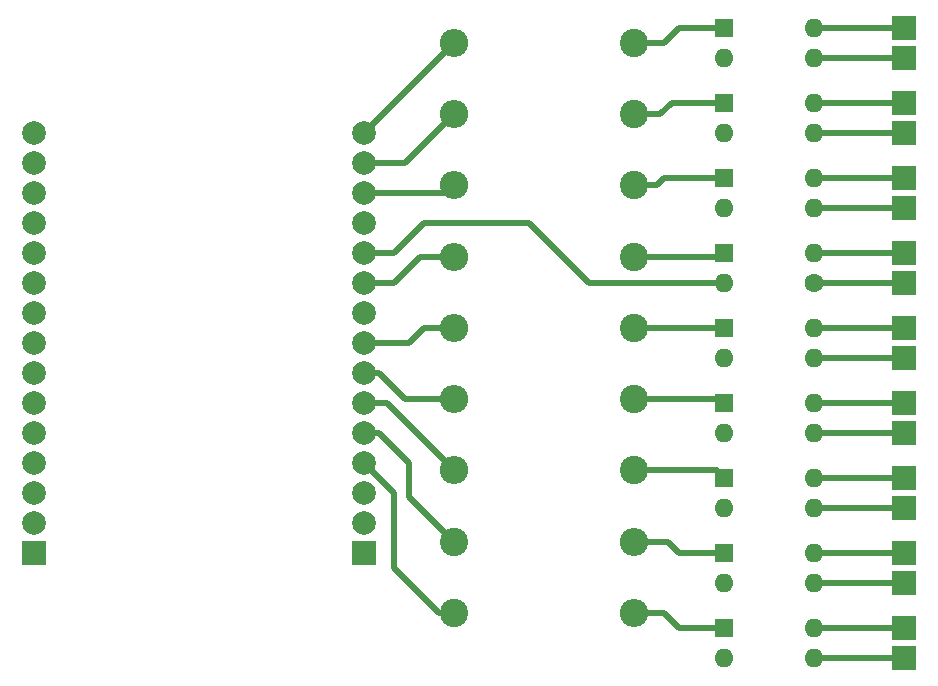
<source format=gbr>
%TF.GenerationSoftware,KiCad,Pcbnew,(5.1.6)-1*%
%TF.CreationDate,2020-10-31T17:29:23-04:00*%
%TF.ProjectId,controlboard,636f6e74-726f-46c6-926f-6172642e6b69,rev?*%
%TF.SameCoordinates,Original*%
%TF.FileFunction,Copper,L1,Top*%
%TF.FilePolarity,Positive*%
%FSLAX46Y46*%
G04 Gerber Fmt 4.6, Leading zero omitted, Abs format (unit mm)*
G04 Created by KiCad (PCBNEW (5.1.6)-1) date 2020-10-31 17:29:23*
%MOMM*%
%LPD*%
G01*
G04 APERTURE LIST*
%TA.AperFunction,ComponentPad*%
%ADD10C,1.600000*%
%TD*%
%TA.AperFunction,ComponentPad*%
%ADD11R,1.600000X1.600000*%
%TD*%
%TA.AperFunction,ComponentPad*%
%ADD12O,1.600000X1.600000*%
%TD*%
%TA.AperFunction,ComponentPad*%
%ADD13R,2.000000X2.000000*%
%TD*%
%TA.AperFunction,ComponentPad*%
%ADD14C,2.000000*%
%TD*%
%TA.AperFunction,ComponentPad*%
%ADD15O,2.400000X2.400000*%
%TD*%
%TA.AperFunction,ComponentPad*%
%ADD16C,2.400000*%
%TD*%
%TA.AperFunction,Conductor*%
%ADD17C,0.500000*%
%TD*%
G04 APERTURE END LIST*
D10*
%TO.P,F,1*%
%TO.N,Net-(O4-Pad1)*%
X83820000Y-40640000D03*
D11*
%TO.P,F,3*%
%TO.N,Net-(O4-Pad3)*%
X76200000Y-38100000D03*
D12*
%TO.P,F,2*%
%TO.N,Net-(O4-Pad2)*%
X83820000Y-38100000D03*
%TO.P,F,4*%
%TO.N,Net-(NodeMCU1-PadD4)*%
X76200000Y-40640000D03*
%TD*%
D13*
%TO.P,NodeMCU,3V2*%
%TO.N,Net-(NodeMCU1-Pad3V2)*%
X45720000Y-63500000D03*
%TO.P,NodeMCU,VIN*%
%TO.N,Net-(NodeMCU1-PadVIN)*%
X17780000Y-63500000D03*
D14*
%TO.P,NodeMCU,D3*%
%TO.N,Net-(NodeMCU1-PadD3)*%
X45720000Y-35560000D03*
%TO.P,NodeMCU,D2*%
%TO.N,Net-(NodeMCU1-PadD2)*%
X45720000Y-33020000D03*
%TO.P,NodeMCU,G4*%
%TO.N,Net-(NodeMCU1-PadG4)*%
X45720000Y-43180000D03*
%TO.P,NodeMCU,D1*%
%TO.N,Net-(NodeMCU1-PadD1)*%
X45720000Y-30480000D03*
%TO.P,NodeMCU,D4*%
%TO.N,Net-(NodeMCU1-PadD4)*%
X45720000Y-38100000D03*
%TO.P,NodeMCU,TX*%
%TO.N,Net-(NodeMCU1-PadTX)*%
X45720000Y-58420000D03*
%TO.P,NodeMCU,RX*%
%TO.N,Net-(NodeMCU1-PadRX)*%
X45720000Y-55880000D03*
%TO.P,NodeMCU,D5*%
%TO.N,Net-(NodeMCU1-PadD5)*%
X45720000Y-45720000D03*
%TO.P,NodeMCU,3V*%
%TO.N,Net-(NodeMCU1-Pad3V)*%
X45720000Y-40640000D03*
%TO.P,NodeMCU,D6*%
%TO.N,Net-(NodeMCU1-PadD6)*%
X45720000Y-48260000D03*
%TO.P,NodeMCU,D8*%
%TO.N,Net-(NodeMCU1-PadD8)*%
X45720000Y-53340000D03*
%TO.P,NodeMCU,G5*%
%TO.N,GND*%
X45720000Y-60960000D03*
%TO.P,NodeMCU,D7*%
%TO.N,Net-(NodeMCU1-PadD7)*%
X45720000Y-50800000D03*
%TO.P,NodeMCU,D0*%
%TO.N,Net-(NodeMCU1-PadD0)*%
X45720000Y-27940000D03*
%TO.P,NodeMCU,G1*%
%TO.N,Net-(NodeMCU1-PadG1)*%
X17780000Y-60960000D03*
%TO.P,NodeMCU,RST*%
%TO.N,Net-(NodeMCU1-PadRST)*%
X17780000Y-58420000D03*
%TO.P,NodeMCU,EN*%
%TO.N,Net-(NodeMCU1-PadEN)*%
X17780000Y-55880000D03*
%TO.P,NodeMCU,3V1*%
%TO.N,Net-(NodeMCU1-Pad3V1)*%
X17780000Y-53340000D03*
%TO.P,NodeMCU,G2*%
%TO.N,Net-(NodeMCU1-PadG2)*%
X17780000Y-50800000D03*
%TO.P,NodeMCU,SK*%
%TO.N,Net-(NodeMCU1-PadSK)*%
X17780000Y-48260000D03*
%TO.P,NodeMCU,S0*%
%TO.N,Net-(NodeMCU1-PadS0)*%
X17780000Y-45720000D03*
%TO.P,NodeMCU,SC*%
%TO.N,Net-(NodeMCU1-PadSC)*%
X17780000Y-43180000D03*
%TO.P,NodeMCU,S1*%
%TO.N,Net-(NodeMCU1-PadS1)*%
X17780000Y-40640000D03*
%TO.P,NodeMCU,S2*%
%TO.N,Net-(NodeMCU1-PadS2)*%
X17780000Y-38100000D03*
%TO.P,NodeMCU,S3*%
%TO.N,Net-(NodeMCU1-PadS3)*%
X17780000Y-35560000D03*
%TO.P,NodeMCU,VV*%
%TO.N,Net-(NodeMCU1-PadVV)*%
X17780000Y-33020000D03*
%TO.P,NodeMCU,G3*%
%TO.N,Net-(NodeMCU1-PadG3)*%
X17780000Y-30480000D03*
%TO.P,NodeMCU,A0*%
%TO.N,Net-(NodeMCU1-PadA0)*%
X17780000Y-27940000D03*
%TD*%
D13*
%TO.P,P1,0B*%
%TO.N,Net-(O0-Pad4)*%
X91440000Y-19050000D03*
%TO.P,P1,0A*%
%TO.N,Net-(O0-Pad3)*%
X91440000Y-21590000D03*
%TO.P,P1,1B*%
%TO.N,Net-(O1-Pad4)*%
X91440000Y-25400000D03*
%TO.P,P1,1A*%
%TO.N,Net-(O1-Pad3)*%
X91440000Y-27940000D03*
%TO.P,P1,2B*%
%TO.N,Net-(O2-Pad4)*%
X91440000Y-31750000D03*
%TO.P,P1,2A*%
%TO.N,Net-(O2-Pad3)*%
X91440000Y-34290000D03*
%TO.P,P1,4B*%
%TO.N,Net-(O4-Pad2)*%
X91440000Y-38100000D03*
%TO.P,P1,4A*%
%TO.N,Net-(O4-Pad1)*%
X91440000Y-40640000D03*
%TO.P,P1,XA*%
%TO.N,Net-(OX1-Pad3)*%
X91440000Y-72390000D03*
%TO.P,P1,XB*%
%TO.N,Net-(OX1-Pad4)*%
X91440000Y-69850000D03*
%TO.P,P1,8A*%
%TO.N,Net-(O8-Pad3)*%
X91440000Y-66040000D03*
%TO.P,P1,8B*%
%TO.N,Net-(O8-Pad4)*%
X91440000Y-63500000D03*
%TO.P,P1,7A*%
%TO.N,Net-(O7-Pad3)*%
X91440000Y-59690000D03*
%TO.P,P1,7B*%
%TO.N,Net-(O7-Pad4)*%
X91440000Y-57150000D03*
%TO.P,P1,6A*%
%TO.N,Net-(O6-Pad3)*%
X91440000Y-53340000D03*
%TO.P,P1,6B*%
%TO.N,Net-(O6-Pad4)*%
X91440000Y-50800000D03*
%TO.P,P1,5A*%
%TO.N,Net-(O5-Pad3)*%
X91440000Y-46990000D03*
%TO.P,P1,5B*%
%TO.N,Net-(O5-Pad4)*%
X91440000Y-44450000D03*
%TD*%
D12*
%TO.P,O8,4*%
%TO.N,Net-(O8-Pad4)*%
X83820000Y-63500000D03*
%TO.P,O8,2*%
%TO.N,GND*%
X76200000Y-66040000D03*
%TO.P,O8,3*%
%TO.N,Net-(O8-Pad3)*%
X83820000Y-66040000D03*
D11*
%TO.P,O8,1*%
%TO.N,Net-(O8-Pad1)*%
X76200000Y-63500000D03*
%TD*%
%TO.P,O0,1*%
%TO.N,Net-(O0-Pad1)*%
X76200000Y-19050000D03*
D12*
%TO.P,O0,3*%
%TO.N,Net-(O0-Pad3)*%
X83820000Y-21590000D03*
%TO.P,O0,2*%
%TO.N,GND*%
X76200000Y-21590000D03*
%TO.P,O0,4*%
%TO.N,Net-(O0-Pad4)*%
X83820000Y-19050000D03*
%TD*%
%TO.P,O1,4*%
%TO.N,Net-(O1-Pad4)*%
X83820000Y-25400000D03*
%TO.P,O1,2*%
%TO.N,GND*%
X76200000Y-27940000D03*
%TO.P,O1,3*%
%TO.N,Net-(O1-Pad3)*%
X83820000Y-27940000D03*
D11*
%TO.P,O1,1*%
%TO.N,Net-(O1-Pad1)*%
X76200000Y-25400000D03*
%TD*%
%TO.P,O2,1*%
%TO.N,Net-(O2-Pad1)*%
X76200000Y-31750000D03*
D12*
%TO.P,O2,3*%
%TO.N,Net-(O2-Pad3)*%
X83820000Y-34290000D03*
%TO.P,O2,2*%
%TO.N,GND*%
X76200000Y-34290000D03*
%TO.P,O2,4*%
%TO.N,Net-(O2-Pad4)*%
X83820000Y-31750000D03*
%TD*%
%TO.P,O5,4*%
%TO.N,Net-(O5-Pad4)*%
X83820000Y-44450000D03*
%TO.P,O5,2*%
%TO.N,GND*%
X76200000Y-46990000D03*
%TO.P,O5,3*%
%TO.N,Net-(O5-Pad3)*%
X83820000Y-46990000D03*
D11*
%TO.P,O5,1*%
%TO.N,Net-(O5-Pad1)*%
X76200000Y-44450000D03*
%TD*%
%TO.P,O6,1*%
%TO.N,Net-(O6-Pad1)*%
X76200000Y-50800000D03*
D12*
%TO.P,O6,3*%
%TO.N,Net-(O6-Pad3)*%
X83820000Y-53340000D03*
%TO.P,O6,2*%
%TO.N,GND*%
X76200000Y-53340000D03*
%TO.P,O6,4*%
%TO.N,Net-(O6-Pad4)*%
X83820000Y-50800000D03*
%TD*%
%TO.P,O7,4*%
%TO.N,Net-(O7-Pad4)*%
X83820000Y-57150000D03*
%TO.P,O7,2*%
%TO.N,GND*%
X76200000Y-59690000D03*
%TO.P,O7,3*%
%TO.N,Net-(O7-Pad3)*%
X83820000Y-59690000D03*
D11*
%TO.P,O7,1*%
%TO.N,Net-(O7-Pad1)*%
X76200000Y-57150000D03*
%TD*%
%TO.P,OX1,1*%
%TO.N,Net-(OX1-Pad1)*%
X76200000Y-69850000D03*
D12*
%TO.P,OX1,3*%
%TO.N,Net-(OX1-Pad3)*%
X83820000Y-72390000D03*
%TO.P,OX1,2*%
%TO.N,GND*%
X76200000Y-72390000D03*
%TO.P,OX1,4*%
%TO.N,Net-(OX1-Pad4)*%
X83820000Y-69850000D03*
%TD*%
D15*
%TO.P,R0,2*%
%TO.N,Net-(NodeMCU1-PadD0)*%
X53340000Y-20320000D03*
D16*
%TO.P,R0,1*%
%TO.N,Net-(O0-Pad1)*%
X68580000Y-20320000D03*
%TD*%
%TO.P,R1,1*%
%TO.N,Net-(O1-Pad1)*%
X68580000Y-26352500D03*
D15*
%TO.P,R1,2*%
%TO.N,Net-(NodeMCU1-PadD1)*%
X53340000Y-26352500D03*
%TD*%
%TO.P,R2,2*%
%TO.N,Net-(NodeMCU1-PadD2)*%
X53340000Y-32385000D03*
D16*
%TO.P,R2,1*%
%TO.N,Net-(O2-Pad1)*%
X68580000Y-32385000D03*
%TD*%
%TO.P,R5,1*%
%TO.N,Net-(O5-Pad1)*%
X68580000Y-44450000D03*
D15*
%TO.P,R5,2*%
%TO.N,Net-(NodeMCU1-PadD5)*%
X53340000Y-44450000D03*
%TD*%
%TO.P,R6,2*%
%TO.N,Net-(NodeMCU1-PadD6)*%
X53340000Y-50482500D03*
D16*
%TO.P,R6,1*%
%TO.N,Net-(O6-Pad1)*%
X68580000Y-50482500D03*
%TD*%
%TO.P,R7,1*%
%TO.N,Net-(O7-Pad1)*%
X68580000Y-56515000D03*
D15*
%TO.P,R7,2*%
%TO.N,Net-(NodeMCU1-PadD7)*%
X53340000Y-56515000D03*
%TD*%
D16*
%TO.P,R8,1*%
%TO.N,Net-(NodeMCU1-PadD8)*%
X53340000Y-62547500D03*
D15*
%TO.P,R8,2*%
%TO.N,Net-(O8-Pad1)*%
X68580000Y-62547500D03*
%TD*%
%TO.P,RV1,2*%
%TO.N,Net-(NodeMCU1-Pad3V)*%
X53340000Y-38417500D03*
D16*
%TO.P,RV1,1*%
%TO.N,Net-(O4-Pad3)*%
X68580000Y-38417500D03*
%TD*%
%TO.P,RX1,1*%
%TO.N,Net-(NodeMCU1-PadRX)*%
X53340000Y-68580000D03*
D15*
%TO.P,RX1,2*%
%TO.N,Net-(OX1-Pad1)*%
X68580000Y-68580000D03*
%TD*%
D17*
%TO.N,Net-(NodeMCU1-PadD0)*%
X45720000Y-27940000D02*
X53340000Y-20320000D01*
%TO.N,Net-(NodeMCU1-PadD7)*%
X47625000Y-50800000D02*
X53340000Y-56515000D01*
X45720000Y-50800000D02*
X47625000Y-50800000D01*
%TO.N,Net-(NodeMCU1-PadD8)*%
X45720000Y-53340000D02*
X46990000Y-53340000D01*
X49530000Y-58737500D02*
X53340000Y-62547500D01*
X46990000Y-53340000D02*
X49530000Y-55880000D01*
X49530000Y-55880000D02*
X49530000Y-58737500D01*
%TO.N,Net-(NodeMCU1-PadD6)*%
X49212500Y-50482500D02*
X53340000Y-50482500D01*
X45720000Y-48260000D02*
X46990000Y-48260000D01*
X46990000Y-48260000D02*
X49212500Y-50482500D01*
%TO.N,Net-(NodeMCU1-Pad3V)*%
X50482500Y-38417500D02*
X53340000Y-38417500D01*
X45720000Y-40640000D02*
X48260000Y-40640000D01*
X48260000Y-40640000D02*
X50482500Y-38417500D01*
%TO.N,Net-(NodeMCU1-PadD5)*%
X50800000Y-44450000D02*
X53340000Y-44450000D01*
X45720000Y-45720000D02*
X49530000Y-45720000D01*
X49530000Y-45720000D02*
X50800000Y-44450000D01*
%TO.N,Net-(NodeMCU1-PadRX)*%
X45720000Y-55880000D02*
X48260000Y-58420000D01*
X48260000Y-64770000D02*
X52070000Y-68580000D01*
X48260000Y-58420000D02*
X48260000Y-64770000D01*
X52070000Y-68580000D02*
X53340000Y-68580000D01*
%TO.N,Net-(NodeMCU1-PadD4)*%
X64770000Y-40640000D02*
X76200000Y-40640000D01*
X59690000Y-35560000D02*
X64770000Y-40640000D01*
X50800000Y-35560000D02*
X59690000Y-35560000D01*
X45720000Y-38100000D02*
X48260000Y-38100000D01*
X48260000Y-38100000D02*
X50800000Y-35560000D01*
%TO.N,Net-(NodeMCU1-PadD1)*%
X49212500Y-30480000D02*
X53340000Y-26352500D01*
X45720000Y-30480000D02*
X49212500Y-30480000D01*
%TO.N,Net-(NodeMCU1-PadD2)*%
X45720000Y-33020000D02*
X52705000Y-33020000D01*
%TO.N,Net-(O0-Pad1)*%
X72390000Y-19050000D02*
X76200000Y-19050000D01*
X68580000Y-20320000D02*
X71120000Y-20320000D01*
X71120000Y-20320000D02*
X72390000Y-19050000D01*
%TO.N,Net-(O0-Pad3)*%
X83820000Y-21590000D02*
X91440000Y-21590000D01*
%TO.N,Net-(O0-Pad4)*%
X83820000Y-19050000D02*
X91440000Y-19050000D01*
%TO.N,Net-(O1-Pad4)*%
X83820000Y-25400000D02*
X91440000Y-25400000D01*
%TO.N,Net-(O1-Pad3)*%
X83820000Y-27940000D02*
X91440000Y-27940000D01*
%TO.N,Net-(O1-Pad1)*%
X68580000Y-26352500D02*
X70802500Y-26352500D01*
X70802500Y-26352500D02*
X71755000Y-25400000D01*
X71755000Y-25400000D02*
X76200000Y-25400000D01*
%TO.N,Net-(O2-Pad1)*%
X68580000Y-32385000D02*
X70485000Y-32385000D01*
X70485000Y-32385000D02*
X71120000Y-31750000D01*
X71120000Y-31750000D02*
X76200000Y-31750000D01*
%TO.N,Net-(O2-Pad3)*%
X83820000Y-34290000D02*
X91440000Y-34290000D01*
%TO.N,Net-(O2-Pad4)*%
X83820000Y-31750000D02*
X91440000Y-31750000D01*
%TO.N,Net-(O4-Pad1)*%
X83820000Y-40640000D02*
X91440000Y-40640000D01*
%TO.N,Net-(O4-Pad3)*%
X75882500Y-38417500D02*
X76200000Y-38100000D01*
X68580000Y-38417500D02*
X75882500Y-38417500D01*
%TO.N,Net-(O4-Pad2)*%
X83820000Y-38100000D02*
X91440000Y-38100000D01*
%TO.N,Net-(O5-Pad4)*%
X83820000Y-44450000D02*
X91440000Y-44450000D01*
%TO.N,Net-(O5-Pad3)*%
X83820000Y-46990000D02*
X91440000Y-46990000D01*
%TO.N,Net-(O5-Pad1)*%
X68580000Y-44450000D02*
X76200000Y-44450000D01*
%TO.N,Net-(O6-Pad1)*%
X75882500Y-50482500D02*
X76200000Y-50800000D01*
X68580000Y-50482500D02*
X75882500Y-50482500D01*
%TO.N,Net-(O6-Pad3)*%
X91440000Y-53340000D02*
X83820000Y-53340000D01*
%TO.N,Net-(O6-Pad4)*%
X83820000Y-50800000D02*
X91440000Y-50800000D01*
%TO.N,Net-(O7-Pad4)*%
X83820000Y-57150000D02*
X91440000Y-57150000D01*
%TO.N,Net-(O7-Pad3)*%
X83820000Y-59690000D02*
X91440000Y-59690000D01*
%TO.N,Net-(O7-Pad1)*%
X68580000Y-56515000D02*
X75565000Y-56515000D01*
%TO.N,Net-(O8-Pad4)*%
X91440000Y-63500000D02*
X83820000Y-63500000D01*
%TO.N,Net-(O8-Pad3)*%
X83820000Y-66040000D02*
X91440000Y-66040000D01*
%TO.N,Net-(O8-Pad1)*%
X68580000Y-62547500D02*
X71437500Y-62547500D01*
X72390000Y-63500000D02*
X76200000Y-63500000D01*
X71437500Y-62547500D02*
X72390000Y-63500000D01*
%TO.N,Net-(OX1-Pad1)*%
X68580000Y-68580000D02*
X71120000Y-68580000D01*
X71120000Y-68580000D02*
X72390000Y-69850000D01*
X72390000Y-69850000D02*
X76200000Y-69850000D01*
%TO.N,Net-(OX1-Pad3)*%
X83820000Y-72390000D02*
X91440000Y-72390000D01*
%TO.N,Net-(OX1-Pad4)*%
X83820000Y-69850000D02*
X91440000Y-69850000D01*
%TD*%
M02*

</source>
